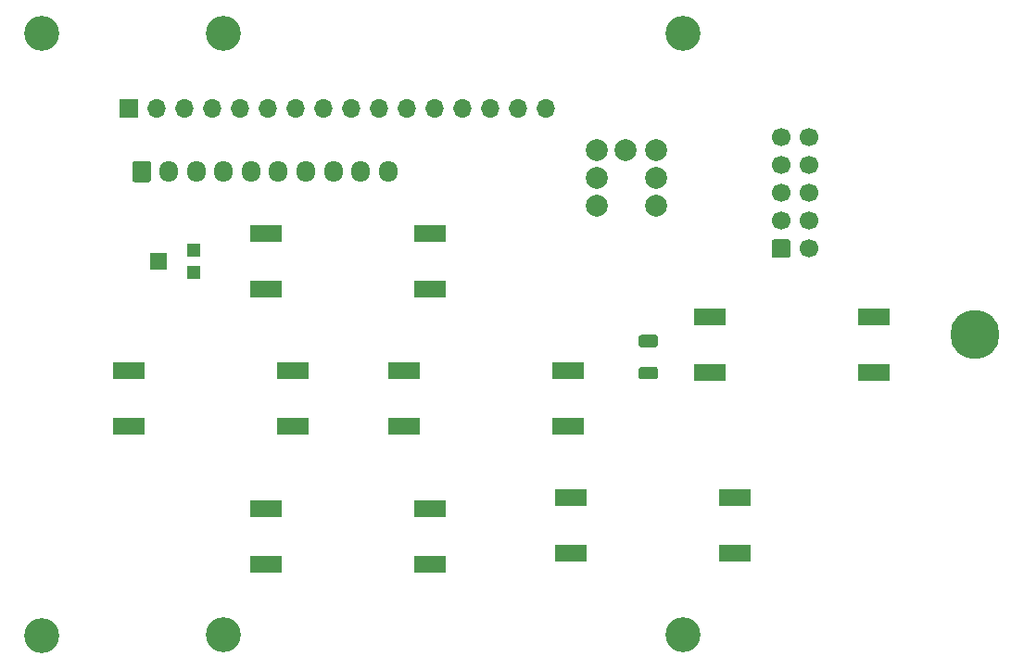
<source format=gts>
G04 #@! TF.GenerationSoftware,KiCad,Pcbnew,(5.1.0)-1*
G04 #@! TF.CreationDate,2022-08-09T13:46:42+10:00*
G04 #@! TF.ProjectId,mainPCB_v0.9-br2,6d61696e-5043-4425-9f76-302e392d6272,rev?*
G04 #@! TF.SameCoordinates,Original*
G04 #@! TF.FileFunction,Soldermask,Top*
G04 #@! TF.FilePolarity,Negative*
%FSLAX46Y46*%
G04 Gerber Fmt 4.6, Leading zero omitted, Abs format (unit mm)*
G04 Created by KiCad (PCBNEW (5.1.0)-1) date 2022-08-09 13:46:42*
%MOMM*%
%LPD*%
G04 APERTURE LIST*
%ADD10C,4.500000*%
%ADD11C,1.700000*%
%ADD12C,0.100000*%
%ADD13O,1.700000X1.950000*%
%ADD14C,1.125000*%
%ADD15R,1.200000X1.200000*%
%ADD16R,1.500000X1.600000*%
%ADD17C,2.000000*%
%ADD18R,3.000000X1.500000*%
%ADD19C,3.200000*%
%ADD20R,1.700000X1.700000*%
%ADD21O,1.700000X1.700000*%
G04 APERTURE END LIST*
D10*
X155722000Y-67543000D03*
D11*
X140525500Y-49530000D03*
X140525500Y-52070000D03*
X140525500Y-54610000D03*
X140525500Y-57150000D03*
X140525500Y-59690000D03*
X137985500Y-49530000D03*
X137985500Y-52070000D03*
X137985500Y-54610000D03*
X137985500Y-57150000D03*
D12*
G36*
X138610004Y-58841204D02*
G01*
X138634273Y-58844804D01*
X138658071Y-58850765D01*
X138681171Y-58859030D01*
X138703349Y-58869520D01*
X138724393Y-58882133D01*
X138744098Y-58896747D01*
X138762277Y-58913223D01*
X138778753Y-58931402D01*
X138793367Y-58951107D01*
X138805980Y-58972151D01*
X138816470Y-58994329D01*
X138824735Y-59017429D01*
X138830696Y-59041227D01*
X138834296Y-59065496D01*
X138835500Y-59090000D01*
X138835500Y-60290000D01*
X138834296Y-60314504D01*
X138830696Y-60338773D01*
X138824735Y-60362571D01*
X138816470Y-60385671D01*
X138805980Y-60407849D01*
X138793367Y-60428893D01*
X138778753Y-60448598D01*
X138762277Y-60466777D01*
X138744098Y-60483253D01*
X138724393Y-60497867D01*
X138703349Y-60510480D01*
X138681171Y-60520970D01*
X138658071Y-60529235D01*
X138634273Y-60535196D01*
X138610004Y-60538796D01*
X138585500Y-60540000D01*
X137385500Y-60540000D01*
X137360996Y-60538796D01*
X137336727Y-60535196D01*
X137312929Y-60529235D01*
X137289829Y-60520970D01*
X137267651Y-60510480D01*
X137246607Y-60497867D01*
X137226902Y-60483253D01*
X137208723Y-60466777D01*
X137192247Y-60448598D01*
X137177633Y-60428893D01*
X137165020Y-60407849D01*
X137154530Y-60385671D01*
X137146265Y-60362571D01*
X137140304Y-60338773D01*
X137136704Y-60314504D01*
X137135500Y-60290000D01*
X137135500Y-59090000D01*
X137136704Y-59065496D01*
X137140304Y-59041227D01*
X137146265Y-59017429D01*
X137154530Y-58994329D01*
X137165020Y-58972151D01*
X137177633Y-58951107D01*
X137192247Y-58931402D01*
X137208723Y-58913223D01*
X137226902Y-58896747D01*
X137246607Y-58882133D01*
X137267651Y-58869520D01*
X137289829Y-58859030D01*
X137312929Y-58850765D01*
X137336727Y-58844804D01*
X137360996Y-58841204D01*
X137385500Y-58840000D01*
X138585500Y-58840000D01*
X138610004Y-58841204D01*
X138610004Y-58841204D01*
G37*
D11*
X137985500Y-59690000D03*
D12*
G36*
X80190004Y-51667704D02*
G01*
X80214273Y-51671304D01*
X80238071Y-51677265D01*
X80261171Y-51685530D01*
X80283349Y-51696020D01*
X80304393Y-51708633D01*
X80324098Y-51723247D01*
X80342277Y-51739723D01*
X80358753Y-51757902D01*
X80373367Y-51777607D01*
X80385980Y-51798651D01*
X80396470Y-51820829D01*
X80404735Y-51843929D01*
X80410696Y-51867727D01*
X80414296Y-51891996D01*
X80415500Y-51916500D01*
X80415500Y-53366500D01*
X80414296Y-53391004D01*
X80410696Y-53415273D01*
X80404735Y-53439071D01*
X80396470Y-53462171D01*
X80385980Y-53484349D01*
X80373367Y-53505393D01*
X80358753Y-53525098D01*
X80342277Y-53543277D01*
X80324098Y-53559753D01*
X80304393Y-53574367D01*
X80283349Y-53586980D01*
X80261171Y-53597470D01*
X80238071Y-53605735D01*
X80214273Y-53611696D01*
X80190004Y-53615296D01*
X80165500Y-53616500D01*
X78965500Y-53616500D01*
X78940996Y-53615296D01*
X78916727Y-53611696D01*
X78892929Y-53605735D01*
X78869829Y-53597470D01*
X78847651Y-53586980D01*
X78826607Y-53574367D01*
X78806902Y-53559753D01*
X78788723Y-53543277D01*
X78772247Y-53525098D01*
X78757633Y-53505393D01*
X78745020Y-53484349D01*
X78734530Y-53462171D01*
X78726265Y-53439071D01*
X78720304Y-53415273D01*
X78716704Y-53391004D01*
X78715500Y-53366500D01*
X78715500Y-51916500D01*
X78716704Y-51891996D01*
X78720304Y-51867727D01*
X78726265Y-51843929D01*
X78734530Y-51820829D01*
X78745020Y-51798651D01*
X78757633Y-51777607D01*
X78772247Y-51757902D01*
X78788723Y-51739723D01*
X78806902Y-51723247D01*
X78826607Y-51708633D01*
X78847651Y-51696020D01*
X78869829Y-51685530D01*
X78892929Y-51677265D01*
X78916727Y-51671304D01*
X78940996Y-51667704D01*
X78965500Y-51666500D01*
X80165500Y-51666500D01*
X80190004Y-51667704D01*
X80190004Y-51667704D01*
G37*
D11*
X79565500Y-52641500D03*
D13*
X82065500Y-52641500D03*
X84565500Y-52641500D03*
X87065500Y-52641500D03*
X89565500Y-52641500D03*
X92065500Y-52641500D03*
X94565500Y-52641500D03*
X97065500Y-52641500D03*
X99565500Y-52641500D03*
X102065500Y-52641500D03*
D12*
G36*
X126506505Y-70497204D02*
G01*
X126530773Y-70500804D01*
X126554572Y-70506765D01*
X126577671Y-70515030D01*
X126599850Y-70525520D01*
X126620893Y-70538132D01*
X126640599Y-70552747D01*
X126658777Y-70569223D01*
X126675253Y-70587401D01*
X126689868Y-70607107D01*
X126702480Y-70628150D01*
X126712970Y-70650329D01*
X126721235Y-70673428D01*
X126727196Y-70697227D01*
X126730796Y-70721495D01*
X126732000Y-70745999D01*
X126732000Y-71371001D01*
X126730796Y-71395505D01*
X126727196Y-71419773D01*
X126721235Y-71443572D01*
X126712970Y-71466671D01*
X126702480Y-71488850D01*
X126689868Y-71509893D01*
X126675253Y-71529599D01*
X126658777Y-71547777D01*
X126640599Y-71564253D01*
X126620893Y-71578868D01*
X126599850Y-71591480D01*
X126577671Y-71601970D01*
X126554572Y-71610235D01*
X126530773Y-71616196D01*
X126506505Y-71619796D01*
X126482001Y-71621000D01*
X125231999Y-71621000D01*
X125207495Y-71619796D01*
X125183227Y-71616196D01*
X125159428Y-71610235D01*
X125136329Y-71601970D01*
X125114150Y-71591480D01*
X125093107Y-71578868D01*
X125073401Y-71564253D01*
X125055223Y-71547777D01*
X125038747Y-71529599D01*
X125024132Y-71509893D01*
X125011520Y-71488850D01*
X125001030Y-71466671D01*
X124992765Y-71443572D01*
X124986804Y-71419773D01*
X124983204Y-71395505D01*
X124982000Y-71371001D01*
X124982000Y-70745999D01*
X124983204Y-70721495D01*
X124986804Y-70697227D01*
X124992765Y-70673428D01*
X125001030Y-70650329D01*
X125011520Y-70628150D01*
X125024132Y-70607107D01*
X125038747Y-70587401D01*
X125055223Y-70569223D01*
X125073401Y-70552747D01*
X125093107Y-70538132D01*
X125114150Y-70525520D01*
X125136329Y-70515030D01*
X125159428Y-70506765D01*
X125183227Y-70500804D01*
X125207495Y-70497204D01*
X125231999Y-70496000D01*
X126482001Y-70496000D01*
X126506505Y-70497204D01*
X126506505Y-70497204D01*
G37*
D14*
X125857000Y-71058500D03*
D12*
G36*
X126506505Y-67572204D02*
G01*
X126530773Y-67575804D01*
X126554572Y-67581765D01*
X126577671Y-67590030D01*
X126599850Y-67600520D01*
X126620893Y-67613132D01*
X126640599Y-67627747D01*
X126658777Y-67644223D01*
X126675253Y-67662401D01*
X126689868Y-67682107D01*
X126702480Y-67703150D01*
X126712970Y-67725329D01*
X126721235Y-67748428D01*
X126727196Y-67772227D01*
X126730796Y-67796495D01*
X126732000Y-67820999D01*
X126732000Y-68446001D01*
X126730796Y-68470505D01*
X126727196Y-68494773D01*
X126721235Y-68518572D01*
X126712970Y-68541671D01*
X126702480Y-68563850D01*
X126689868Y-68584893D01*
X126675253Y-68604599D01*
X126658777Y-68622777D01*
X126640599Y-68639253D01*
X126620893Y-68653868D01*
X126599850Y-68666480D01*
X126577671Y-68676970D01*
X126554572Y-68685235D01*
X126530773Y-68691196D01*
X126506505Y-68694796D01*
X126482001Y-68696000D01*
X125231999Y-68696000D01*
X125207495Y-68694796D01*
X125183227Y-68691196D01*
X125159428Y-68685235D01*
X125136329Y-68676970D01*
X125114150Y-68666480D01*
X125093107Y-68653868D01*
X125073401Y-68639253D01*
X125055223Y-68622777D01*
X125038747Y-68604599D01*
X125024132Y-68584893D01*
X125011520Y-68563850D01*
X125001030Y-68541671D01*
X124992765Y-68518572D01*
X124986804Y-68494773D01*
X124983204Y-68470505D01*
X124982000Y-68446001D01*
X124982000Y-67820999D01*
X124983204Y-67796495D01*
X124986804Y-67772227D01*
X124992765Y-67748428D01*
X125001030Y-67725329D01*
X125011520Y-67703150D01*
X125024132Y-67682107D01*
X125038747Y-67662401D01*
X125055223Y-67644223D01*
X125073401Y-67627747D01*
X125093107Y-67613132D01*
X125114150Y-67600520D01*
X125136329Y-67590030D01*
X125159428Y-67581765D01*
X125183227Y-67575804D01*
X125207495Y-67572204D01*
X125231999Y-67571000D01*
X126482001Y-67571000D01*
X126506505Y-67572204D01*
X126506505Y-67572204D01*
G37*
D14*
X125857000Y-68133500D03*
D15*
X84350000Y-59833000D03*
D16*
X81100000Y-60833000D03*
D15*
X84350000Y-61833000D03*
D17*
X121158000Y-50673000D03*
X126558000Y-50673000D03*
X126558000Y-55753000D03*
X121158000Y-55753000D03*
X121158000Y-53213000D03*
X126558000Y-53213000D03*
X123758000Y-50673000D03*
D18*
X90925000Y-63373000D03*
X105925000Y-63373000D03*
X105925000Y-58293000D03*
X90925000Y-58293000D03*
X103498000Y-70866000D03*
X118498000Y-70866000D03*
X118498000Y-75946000D03*
X103498000Y-75946000D03*
X131438000Y-65913000D03*
X146438000Y-65913000D03*
X146438000Y-70993000D03*
X131438000Y-70993000D03*
X78352000Y-70866000D03*
X93352000Y-70866000D03*
X93352000Y-75946000D03*
X78352000Y-75946000D03*
X90925000Y-88519000D03*
X105925000Y-88519000D03*
X105925000Y-83439000D03*
X90925000Y-83439000D03*
X118738000Y-87503000D03*
X133738000Y-87503000D03*
X133738000Y-82423000D03*
X118738000Y-82423000D03*
D19*
X70454000Y-95043000D03*
X70454000Y-40043000D03*
D20*
X78422500Y-46863000D03*
D21*
X80962500Y-46863000D03*
X83502500Y-46863000D03*
X86042500Y-46863000D03*
X88582500Y-46863000D03*
X91122500Y-46863000D03*
X93662500Y-46863000D03*
X96202500Y-46863000D03*
X98742500Y-46863000D03*
X101282500Y-46863000D03*
X103822500Y-46863000D03*
X106362500Y-46863000D03*
X108902500Y-46863000D03*
X111442500Y-46863000D03*
X113982500Y-46863000D03*
X116522500Y-46863000D03*
D19*
X87000000Y-40000000D03*
X87000000Y-95000000D03*
X129000000Y-40000000D03*
X129000000Y-95000000D03*
M02*

</source>
